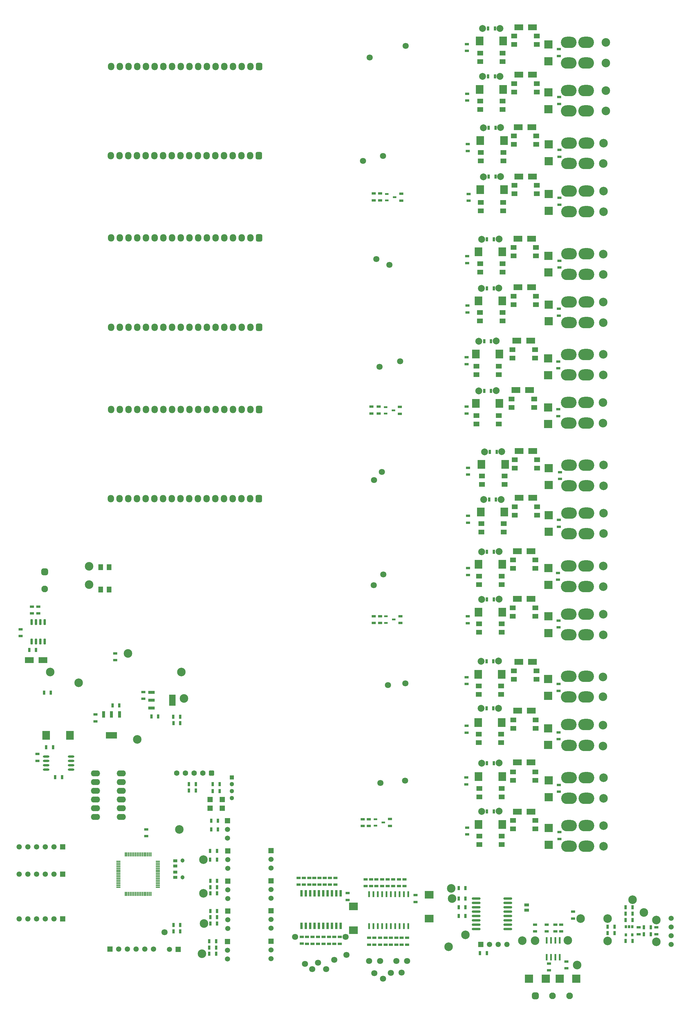
<source format=gbr>
%TF.GenerationSoftware,Altium Limited,Altium Designer,24.10.1 (45)*%
G04 Layer_Color=255*
%FSLAX43Y43*%
%MOMM*%
%TF.SameCoordinates,766D9AF5-BA92-4156-BEB6-FD46E2A8267A*%
%TF.FilePolarity,Positive*%
%TF.FileFunction,Pads,Bot*%
%TF.Part,Single*%
G01*
G75*
%TA.AperFunction,SMDPad,CuDef*%
%ADD15R,1.250X0.800*%
%ADD16R,0.800X1.250*%
%TA.AperFunction,ComponentPad*%
%ADD28R,1.500X1.500*%
%ADD29C,1.500*%
%ADD30C,1.550*%
%ADD31R,1.550X1.550*%
%ADD32C,1.800*%
%ADD33O,2.700X1.750*%
%ADD34C,2.500*%
%ADD35R,1.500X1.500*%
%ADD36C,1.300*%
%ADD37R,1.300X1.300*%
%ADD38C,1.200*%
%ADD39C,1.600*%
G04:AMPARAMS|DCode=40|XSize=1.6mm|YSize=1.6mm|CornerRadius=0.4mm|HoleSize=0mm|Usage=FLASHONLY|Rotation=180.000|XOffset=0mm|YOffset=0mm|HoleType=Round|Shape=RoundedRectangle|*
%AMROUNDEDRECTD40*
21,1,1.600,0.800,0,0,180.0*
21,1,0.800,1.600,0,0,180.0*
1,1,0.800,-0.400,0.400*
1,1,0.800,0.400,0.400*
1,1,0.800,0.400,-0.400*
1,1,0.800,-0.400,-0.400*
%
%ADD40ROUNDEDRECTD40*%
%ADD41C,1.950*%
G04:AMPARAMS|DCode=42|XSize=1.95mm|YSize=1.95mm|CornerRadius=0.488mm|HoleSize=0mm|Usage=FLASHONLY|Rotation=0.000|XOffset=0mm|YOffset=0mm|HoleType=Round|Shape=RoundedRectangle|*
%AMROUNDEDRECTD42*
21,1,1.950,0.975,0,0,0.0*
21,1,0.975,1.950,0,0,0.0*
1,1,0.975,0.488,-0.488*
1,1,0.975,-0.488,-0.488*
1,1,0.975,-0.488,0.488*
1,1,0.975,0.488,0.488*
%
%ADD42ROUNDEDRECTD42*%
%ADD43O,1.905X2.159*%
G04:AMPARAMS|DCode=44|XSize=1.905mm|YSize=2.159mm|CornerRadius=0.476mm|HoleSize=0mm|Usage=FLASHONLY|Rotation=0.000|XOffset=0mm|YOffset=0mm|HoleType=Round|Shape=RoundedRectangle|*
%AMROUNDEDRECTD44*
21,1,1.905,1.206,0,0,0.0*
21,1,0.953,2.159,0,0,0.0*
1,1,0.953,0.476,-0.603*
1,1,0.953,-0.476,-0.603*
1,1,0.953,-0.476,0.603*
1,1,0.953,0.476,0.603*
%
%ADD44ROUNDEDRECTD44*%
%ADD45C,2.000*%
%ADD46O,4.572X3.302*%
G04:AMPARAMS|DCode=47|XSize=1.95mm|YSize=1.95mm|CornerRadius=0.488mm|HoleSize=0mm|Usage=FLASHONLY|Rotation=270.000|XOffset=0mm|YOffset=0mm|HoleType=Round|Shape=RoundedRectangle|*
%AMROUNDEDRECTD47*
21,1,1.950,0.975,0,0,270.0*
21,1,0.975,1.950,0,0,270.0*
1,1,0.975,-0.488,-0.488*
1,1,0.975,-0.488,0.488*
1,1,0.975,0.488,0.488*
1,1,0.975,0.488,-0.488*
%
%ADD47ROUNDEDRECTD47*%
%TA.AperFunction,SMDPad,CuDef*%
%ADD53O,1.900X0.650*%
%ADD54R,2.200X2.500*%
G04:AMPARAMS|DCode=55|XSize=0.6mm|YSize=1.9mm|CornerRadius=0.051mm|HoleSize=0mm|Usage=FLASHONLY|Rotation=0.000|XOffset=0mm|YOffset=0mm|HoleType=Round|Shape=RoundedRectangle|*
%AMROUNDEDRECTD55*
21,1,0.600,1.798,0,0,0.0*
21,1,0.498,1.900,0,0,0.0*
1,1,0.102,0.249,-0.899*
1,1,0.102,-0.249,-0.899*
1,1,0.102,-0.249,0.899*
1,1,0.102,0.249,0.899*
%
%ADD55ROUNDEDRECTD55*%
G04:AMPARAMS|DCode=56|XSize=0.55mm|YSize=1.7mm|CornerRadius=0.05mm|HoleSize=0mm|Usage=FLASHONLY|Rotation=0.000|XOffset=0mm|YOffset=0mm|HoleType=Round|Shape=RoundedRectangle|*
%AMROUNDEDRECTD56*
21,1,0.550,1.601,0,0,0.0*
21,1,0.451,1.700,0,0,0.0*
1,1,0.099,0.226,-0.800*
1,1,0.099,-0.226,-0.800*
1,1,0.099,-0.226,0.800*
1,1,0.099,0.226,0.800*
%
%ADD56ROUNDEDRECTD56*%
%ADD57R,2.500X2.200*%
%ADD58R,1.450X1.800*%
%ADD59R,1.900X0.950*%
%ADD60R,1.900X3.250*%
%ADD61R,1.350X0.950*%
%ADD62R,2.400X2.400*%
%ADD63R,0.650X0.900*%
%ADD64R,1.194X0.305*%
%ADD65R,0.305X1.194*%
%ADD66O,2.600X0.700*%
%ADD67R,1.524X1.524*%
%ADD68R,1.262X0.958*%
%ADD69R,2.400X2.400*%
%ADD70R,0.530X1.980*%
%ADD71R,1.800X1.450*%
%ADD72R,1.050X0.600*%
%ADD73R,2.500X1.700*%
%ADD74R,0.950X1.900*%
%ADD75R,3.250X1.900*%
G04:AMPARAMS|DCode=76|XSize=0.65mm|YSize=1.65mm|CornerRadius=0.049mm|HoleSize=0mm|Usage=FLASHONLY|Rotation=0.000|XOffset=0mm|YOffset=0mm|HoleType=Round|Shape=RoundedRectangle|*
%AMROUNDEDRECTD76*
21,1,0.650,1.553,0,0,0.0*
21,1,0.553,1.650,0,0,0.0*
1,1,0.098,0.276,-0.776*
1,1,0.098,-0.276,-0.776*
1,1,0.098,-0.276,0.776*
1,1,0.098,0.276,0.776*
%
%ADD76ROUNDEDRECTD76*%
D15*
X110255Y55400D02*
D03*
Y53400D02*
D03*
X7350Y72397D02*
D03*
Y74397D02*
D03*
X104160Y18775D02*
D03*
Y20775D02*
D03*
X105705Y18775D02*
D03*
Y20775D02*
D03*
X107375Y18775D02*
D03*
Y20775D02*
D03*
X108965Y18775D02*
D03*
Y20775D02*
D03*
X110475Y18775D02*
D03*
Y20775D02*
D03*
X112105Y18775D02*
D03*
Y20775D02*
D03*
X90896Y21070D02*
D03*
Y19070D02*
D03*
X107940Y37851D02*
D03*
Y35851D02*
D03*
X106270Y37851D02*
D03*
Y35851D02*
D03*
X104725Y37851D02*
D03*
Y35851D02*
D03*
X109580Y37851D02*
D03*
Y35851D02*
D03*
X103170Y37851D02*
D03*
Y35851D02*
D03*
X111225Y37851D02*
D03*
Y35851D02*
D03*
X112915Y37851D02*
D03*
Y35851D02*
D03*
X114534Y37851D02*
D03*
Y35851D02*
D03*
X115250Y18775D02*
D03*
Y20775D02*
D03*
X113650Y18775D02*
D03*
Y20775D02*
D03*
X88195Y38275D02*
D03*
Y36275D02*
D03*
X86685Y38275D02*
D03*
Y36275D02*
D03*
X87620Y19070D02*
D03*
Y21070D02*
D03*
X86065Y19070D02*
D03*
Y21070D02*
D03*
X84490Y19075D02*
D03*
Y21075D02*
D03*
X89695Y38275D02*
D03*
Y36275D02*
D03*
X30100Y101739D02*
D03*
Y103739D02*
D03*
X2520Y108749D02*
D03*
Y110749D02*
D03*
X159464Y78685D02*
D03*
Y80685D02*
D03*
X132584Y82605D02*
D03*
Y80605D02*
D03*
X132574Y96793D02*
D03*
Y94793D02*
D03*
X133004Y143789D02*
D03*
Y141789D02*
D03*
X133222Y237678D02*
D03*
Y235678D02*
D03*
X132942Y252188D02*
D03*
Y250188D02*
D03*
X159590Y263903D02*
D03*
Y265903D02*
D03*
X159730Y216184D02*
D03*
Y218184D02*
D03*
X159333Y186824D02*
D03*
Y188824D02*
D03*
X182836Y21818D02*
D03*
Y23818D02*
D03*
X187993Y21818D02*
D03*
Y23818D02*
D03*
X39159Y50407D02*
D03*
Y52407D02*
D03*
X85130Y36275D02*
D03*
Y38275D02*
D03*
X91231Y36275D02*
D03*
Y38275D02*
D03*
X92750Y36275D02*
D03*
Y38275D02*
D03*
X161732Y13892D02*
D03*
Y11892D02*
D03*
X156662Y11292D02*
D03*
Y13292D02*
D03*
X160207Y22632D02*
D03*
Y24632D02*
D03*
X158477Y22632D02*
D03*
Y24632D02*
D03*
X155937D02*
D03*
Y22632D02*
D03*
X152592Y24632D02*
D03*
Y22632D02*
D03*
X163712Y26412D02*
D03*
Y28412D02*
D03*
X159403Y174884D02*
D03*
Y172884D02*
D03*
X159550Y204184D02*
D03*
Y202184D02*
D03*
X106937Y173643D02*
D03*
Y175643D02*
D03*
X104803D02*
D03*
Y173643D02*
D03*
X113162Y175563D02*
D03*
Y173563D02*
D03*
X94320Y38275D02*
D03*
Y36275D02*
D03*
X159500Y279873D02*
D03*
Y277873D02*
D03*
X107415Y237770D02*
D03*
Y235770D02*
D03*
X105494D02*
D03*
Y237770D02*
D03*
X159672Y236498D02*
D03*
Y234498D02*
D03*
X113561Y235720D02*
D03*
Y237720D02*
D03*
X83617Y36275D02*
D03*
Y38275D02*
D03*
X95605Y21070D02*
D03*
Y19070D02*
D03*
X159692Y250478D02*
D03*
Y248478D02*
D03*
X132623Y175654D02*
D03*
Y173654D02*
D03*
X132593Y188054D02*
D03*
Y190054D02*
D03*
X132850Y205114D02*
D03*
Y203114D02*
D03*
X132810Y217484D02*
D03*
Y219484D02*
D03*
X132770Y264883D02*
D03*
Y266883D02*
D03*
X132680Y279343D02*
D03*
Y281343D02*
D03*
X97927Y31825D02*
D03*
Y33825D02*
D03*
X117725Y31250D02*
D03*
Y33250D02*
D03*
X159714Y49585D02*
D03*
Y51585D02*
D03*
X159524Y63355D02*
D03*
Y65355D02*
D03*
X159484Y92815D02*
D03*
Y94815D02*
D03*
X159564Y142629D02*
D03*
Y140629D02*
D03*
X159854Y156549D02*
D03*
Y154549D02*
D03*
X159426Y111289D02*
D03*
Y113289D02*
D03*
X94000Y21070D02*
D03*
Y19070D02*
D03*
X92441D02*
D03*
Y21070D02*
D03*
X89255Y19070D02*
D03*
Y21070D02*
D03*
X159296Y127169D02*
D03*
Y125169D02*
D03*
X132774Y50915D02*
D03*
Y52915D02*
D03*
X132538Y67509D02*
D03*
Y65509D02*
D03*
X133064Y155839D02*
D03*
Y157839D02*
D03*
X132926Y112529D02*
D03*
Y114529D02*
D03*
X133056Y126559D02*
D03*
Y128559D02*
D03*
X113347Y114575D02*
D03*
Y112575D02*
D03*
X107370D02*
D03*
Y114575D02*
D03*
X105530Y112575D02*
D03*
Y114575D02*
D03*
X102275Y53380D02*
D03*
Y55380D02*
D03*
X104105D02*
D03*
Y53380D02*
D03*
X38270Y92459D02*
D03*
Y90459D02*
D03*
X7640Y115369D02*
D03*
Y117369D02*
D03*
X5740Y115369D02*
D03*
Y117369D02*
D03*
X24310Y83919D02*
D03*
Y85919D02*
D03*
D16*
X9925Y76330D02*
D03*
X11925D02*
D03*
X14568Y67659D02*
D03*
X12568D02*
D03*
X47035Y85247D02*
D03*
X49035D02*
D03*
X139394Y162459D02*
D03*
X141394D02*
D03*
X139056Y242697D02*
D03*
X141056D02*
D03*
X173793Y22188D02*
D03*
X175793D02*
D03*
X179013Y27838D02*
D03*
X181013D02*
D03*
X184363Y21808D02*
D03*
X186363D02*
D03*
X179013Y25998D02*
D03*
X181013D02*
D03*
X184363Y23818D02*
D03*
X186363D02*
D03*
X175793Y23998D02*
D03*
X173793D02*
D03*
X181019Y29657D02*
D03*
X179019D02*
D03*
X181013Y19891D02*
D03*
X179013D02*
D03*
X132303Y29712D02*
D03*
X130303D02*
D03*
Y35287D02*
D03*
X132303D02*
D03*
X130303Y32252D02*
D03*
X132303D02*
D03*
Y27172D02*
D03*
X130303D02*
D03*
X58087Y52421D02*
D03*
X60087D02*
D03*
X60087Y54961D02*
D03*
X58087D02*
D03*
X58552Y65561D02*
D03*
X60552D02*
D03*
X53592Y65561D02*
D03*
X51592D02*
D03*
X53592Y63711D02*
D03*
X51592D02*
D03*
X58552Y63561D02*
D03*
X60552D02*
D03*
X57823Y35552D02*
D03*
X59823D02*
D03*
X57823Y37384D02*
D03*
X59823D02*
D03*
X59826Y24951D02*
D03*
X57826D02*
D03*
X57826Y28620D02*
D03*
X59826D02*
D03*
X57826Y26832D02*
D03*
X59826D02*
D03*
X59823Y33784D02*
D03*
X57823D02*
D03*
X57757Y46131D02*
D03*
X59757D02*
D03*
X47087Y24536D02*
D03*
X49087D02*
D03*
X59757Y43591D02*
D03*
X57757D02*
D03*
X57522Y17957D02*
D03*
X59522D02*
D03*
X59511Y16147D02*
D03*
X57511D02*
D03*
X57522Y19787D02*
D03*
X59522D02*
D03*
X49087Y22696D02*
D03*
X47087D02*
D03*
X139763Y180254D02*
D03*
X137763D02*
D03*
X139763Y194724D02*
D03*
X137763D02*
D03*
X140540Y210153D02*
D03*
X138540D02*
D03*
X138570Y224473D02*
D03*
X140570D02*
D03*
X140870Y271912D02*
D03*
X138870D02*
D03*
Y285882D02*
D03*
X140870D02*
D03*
X141056Y256955D02*
D03*
X139056D02*
D03*
X140574Y57675D02*
D03*
X138574D02*
D03*
Y71689D02*
D03*
X140574D02*
D03*
X138414Y87685D02*
D03*
X140414D02*
D03*
X138414Y101425D02*
D03*
X140414D02*
D03*
X141174Y148559D02*
D03*
X139174D02*
D03*
X138556Y119449D02*
D03*
X140556D02*
D03*
X138556Y133339D02*
D03*
X140556D02*
D03*
X136498Y16325D02*
D03*
X138498D02*
D03*
X31290Y88539D02*
D03*
X29290D02*
D03*
X42630Y85339D02*
D03*
X40630D02*
D03*
X7005Y104691D02*
D03*
X5005D02*
D03*
X9300Y92302D02*
D03*
X11300D02*
D03*
X47065Y83377D02*
D03*
X49065D02*
D03*
D28*
X75555Y19790D02*
D03*
Y46190D02*
D03*
Y37375D02*
D03*
Y28705D02*
D03*
X62917Y46131D02*
D03*
X62867Y54961D02*
D03*
X62943Y28567D02*
D03*
X62842Y19667D02*
D03*
X62893Y37342D02*
D03*
D29*
X75555Y17250D02*
D03*
Y14710D02*
D03*
X45947Y17456D02*
D03*
X192275Y18900D02*
D03*
Y21440D02*
D03*
Y23980D02*
D03*
Y26520D02*
D03*
X75555Y41110D02*
D03*
Y43650D02*
D03*
Y32295D02*
D03*
Y34835D02*
D03*
Y23625D02*
D03*
Y26165D02*
D03*
X62917Y43591D02*
D03*
Y41051D02*
D03*
X62867Y52421D02*
D03*
Y49881D02*
D03*
X62943Y26027D02*
D03*
Y23487D02*
D03*
X62842Y17127D02*
D03*
Y14587D02*
D03*
X62893Y34802D02*
D03*
Y32262D02*
D03*
D30*
X139263Y18847D02*
D03*
X141803D02*
D03*
X144343D02*
D03*
X12207Y47332D02*
D03*
X9667D02*
D03*
X7127D02*
D03*
X4587D02*
D03*
X2047D02*
D03*
X31117Y17496D02*
D03*
X33657D02*
D03*
X36197D02*
D03*
X38737D02*
D03*
X41277D02*
D03*
X12242Y26332D02*
D03*
X9702D02*
D03*
X7162D02*
D03*
X4622D02*
D03*
X2082D02*
D03*
X12197Y39332D02*
D03*
X9657D02*
D03*
X7117D02*
D03*
X4577D02*
D03*
X2037D02*
D03*
D31*
X136723Y18847D02*
D03*
X14747Y47332D02*
D03*
X28577Y17496D02*
D03*
X14782Y26332D02*
D03*
X14737Y39332D02*
D03*
D32*
X108200Y8900D02*
D03*
X107875Y156600D02*
D03*
X107225Y187275D02*
D03*
X113260Y188834D02*
D03*
X105600Y154275D02*
D03*
X108303Y126725D02*
D03*
X105544Y123600D02*
D03*
X91650Y11675D02*
D03*
X82550Y21080D02*
D03*
X87600Y11650D02*
D03*
X89291Y13536D02*
D03*
X85475Y13174D02*
D03*
X104125Y14011D02*
D03*
X105675Y10500D02*
D03*
X110512Y10538D02*
D03*
X107375Y14011D02*
D03*
X112105D02*
D03*
X115250D02*
D03*
X113650Y10625D02*
D03*
X97575Y15854D02*
D03*
X97325Y21070D02*
D03*
X94000Y14350D02*
D03*
X108225Y248725D02*
D03*
X110050Y216950D02*
D03*
X106292Y218700D02*
D03*
X109675Y94450D02*
D03*
X104325Y277400D02*
D03*
X114769Y94997D02*
D03*
X114699Y66652D02*
D03*
X114815Y280779D02*
D03*
X102376Y247251D02*
D03*
X107450Y65950D02*
D03*
X44475Y22408D02*
D03*
D33*
X31828Y56037D02*
D03*
Y58577D02*
D03*
Y61117D02*
D03*
Y63657D02*
D03*
Y66197D02*
D03*
Y68737D02*
D03*
X24328D02*
D03*
Y66197D02*
D03*
Y63657D02*
D03*
Y61117D02*
D03*
Y58577D02*
D03*
Y56037D02*
D03*
D34*
X36475Y78625D02*
D03*
X22475Y123733D02*
D03*
Y129067D02*
D03*
X187993Y19638D02*
D03*
X173793Y19891D02*
D03*
X181023Y31868D02*
D03*
X173793Y26418D02*
D03*
X187993Y25998D02*
D03*
X184373Y28158D02*
D03*
X55823Y43591D02*
D03*
X48750Y52421D02*
D03*
X55948Y24951D02*
D03*
X55372Y16167D02*
D03*
X55793Y33754D02*
D03*
X148858Y20002D02*
D03*
X128125Y35198D02*
D03*
X132303Y21628D02*
D03*
X152592Y20002D02*
D03*
X164842Y12822D02*
D03*
X165876Y26412D02*
D03*
X162184Y20027D02*
D03*
X128397Y32252D02*
D03*
X127375Y18224D02*
D03*
X172433Y170854D02*
D03*
Y176854D02*
D03*
X172453Y184874D02*
D03*
Y190934D02*
D03*
X172500Y200174D02*
D03*
Y206174D02*
D03*
Y214174D02*
D03*
Y220144D02*
D03*
X173226Y261823D02*
D03*
Y267823D02*
D03*
Y275823D02*
D03*
Y281823D02*
D03*
X172592Y232498D02*
D03*
X172542Y238498D02*
D03*
X172502Y246498D02*
D03*
X172592Y252498D02*
D03*
X172574Y47455D02*
D03*
Y53465D02*
D03*
Y61445D02*
D03*
Y67465D02*
D03*
X172414Y76685D02*
D03*
Y82765D02*
D03*
Y91055D02*
D03*
Y96875D02*
D03*
X172554Y138629D02*
D03*
Y144579D02*
D03*
Y152579D02*
D03*
Y158639D02*
D03*
X172486Y109149D02*
D03*
Y115109D02*
D03*
Y123149D02*
D03*
Y129149D02*
D03*
X50111Y90534D02*
D03*
X49380Y98269D02*
D03*
X19450Y95125D02*
D03*
X11090Y98319D02*
D03*
X33830Y103699D02*
D03*
D35*
X48487Y17456D02*
D03*
D36*
X64122Y61561D02*
D03*
Y65561D02*
D03*
Y63561D02*
D03*
D37*
Y67561D02*
D03*
D38*
X49737Y43326D02*
D03*
Y38446D02*
D03*
D39*
X53122Y68807D02*
D03*
X55662D02*
D03*
X50582D02*
D03*
X48042D02*
D03*
D40*
X58202D02*
D03*
D41*
X157702Y3862D02*
D03*
X162702D02*
D03*
X9500Y122500D02*
D03*
D42*
X152702Y3862D02*
D03*
D43*
X67000Y224815D02*
D03*
X64460D02*
D03*
X59380D02*
D03*
X69540D02*
D03*
X61920D02*
D03*
X56840D02*
D03*
X54300D02*
D03*
X51760D02*
D03*
X31440D02*
D03*
X33980D02*
D03*
X41600D02*
D03*
X36520D02*
D03*
X44140D02*
D03*
X39060D02*
D03*
X46680D02*
D03*
X28900D02*
D03*
X49220D02*
D03*
X66960Y174815D02*
D03*
X64420D02*
D03*
X59340D02*
D03*
X69500D02*
D03*
X61880D02*
D03*
X56800D02*
D03*
X54260D02*
D03*
X51720D02*
D03*
X31400D02*
D03*
X33940D02*
D03*
X41560D02*
D03*
X36480D02*
D03*
X44100D02*
D03*
X39020D02*
D03*
X46640D02*
D03*
X28860D02*
D03*
X49180D02*
D03*
X66970Y198815D02*
D03*
X64430D02*
D03*
X59350D02*
D03*
X69510D02*
D03*
X61890D02*
D03*
X56810D02*
D03*
X54270D02*
D03*
X51730D02*
D03*
X31410D02*
D03*
X33950D02*
D03*
X41570D02*
D03*
X36490D02*
D03*
X44110D02*
D03*
X39030D02*
D03*
X46650D02*
D03*
X28870D02*
D03*
X49190D02*
D03*
X66910Y148815D02*
D03*
X64370D02*
D03*
X59290D02*
D03*
X69450D02*
D03*
X61830D02*
D03*
X56750D02*
D03*
X54210D02*
D03*
X51670D02*
D03*
X31350D02*
D03*
X33890D02*
D03*
X41510D02*
D03*
X36430D02*
D03*
X44050D02*
D03*
X38970D02*
D03*
X46590D02*
D03*
X28810D02*
D03*
X49130D02*
D03*
X49150Y248815D02*
D03*
X28830D02*
D03*
X46610D02*
D03*
X38990D02*
D03*
X44070D02*
D03*
X36450D02*
D03*
X41530D02*
D03*
X33910D02*
D03*
X31370D02*
D03*
X51690D02*
D03*
X54230D02*
D03*
X56770D02*
D03*
X61850D02*
D03*
X69470D02*
D03*
X59310D02*
D03*
X64390D02*
D03*
X66930D02*
D03*
X49240Y274815D02*
D03*
X28920D02*
D03*
X46700D02*
D03*
X39080D02*
D03*
X44160D02*
D03*
X36540D02*
D03*
X41620D02*
D03*
X34000D02*
D03*
X31460D02*
D03*
X51780D02*
D03*
X54320D02*
D03*
X56860D02*
D03*
X61940D02*
D03*
X69560D02*
D03*
X59400D02*
D03*
X64480D02*
D03*
X67020D02*
D03*
D44*
X72080Y224815D02*
D03*
X72040Y174815D02*
D03*
X72050Y198815D02*
D03*
X71990Y148815D02*
D03*
X72010Y248815D02*
D03*
X72100Y274815D02*
D03*
D45*
X141263Y180304D02*
D03*
X136188Y180229D02*
D03*
X141263Y194774D02*
D03*
X136188Y194699D02*
D03*
X142040Y210203D02*
D03*
X136965Y210128D02*
D03*
X142070Y224524D02*
D03*
X136995Y224449D02*
D03*
X142370Y271963D02*
D03*
X137295Y271888D02*
D03*
X142370Y285933D02*
D03*
X137295Y285858D02*
D03*
X142556Y242748D02*
D03*
X137481Y242673D02*
D03*
X142556Y257006D02*
D03*
X137481Y256931D02*
D03*
X142074Y57725D02*
D03*
X136999Y57650D02*
D03*
Y71664D02*
D03*
X142074Y71739D02*
D03*
X141914Y87735D02*
D03*
X136839Y87660D02*
D03*
X141914Y101475D02*
D03*
X136839Y101400D02*
D03*
X142674Y148609D02*
D03*
X137599Y148534D02*
D03*
X142894Y162509D02*
D03*
X137819Y162434D02*
D03*
X142056Y119499D02*
D03*
X136981Y119424D02*
D03*
X142056Y133389D02*
D03*
X136981Y133314D02*
D03*
D46*
X162393Y170854D02*
D03*
X167473D02*
D03*
X162393Y176854D02*
D03*
X167473D02*
D03*
X162393Y184854D02*
D03*
X167473D02*
D03*
X162393Y190854D02*
D03*
X167473D02*
D03*
X162460Y200174D02*
D03*
X167540D02*
D03*
X162460Y206174D02*
D03*
X167540D02*
D03*
X162460Y214174D02*
D03*
X167540D02*
D03*
X162460Y220174D02*
D03*
X167540D02*
D03*
X162450Y261823D02*
D03*
X167530D02*
D03*
X162450Y267823D02*
D03*
X167530D02*
D03*
X162450Y275823D02*
D03*
X167530D02*
D03*
X162450Y281823D02*
D03*
X167530D02*
D03*
X162502Y232498D02*
D03*
X167582D02*
D03*
X162502Y238498D02*
D03*
X167582D02*
D03*
X162502Y246498D02*
D03*
X167582D02*
D03*
X162502Y252498D02*
D03*
X167582D02*
D03*
X162534Y47465D02*
D03*
X167614D02*
D03*
X162534Y53465D02*
D03*
X167614D02*
D03*
Y61465D02*
D03*
X162534D02*
D03*
X167614Y67465D02*
D03*
X162534D02*
D03*
X162484Y76855D02*
D03*
X167564D02*
D03*
X162374Y82985D02*
D03*
X167454D02*
D03*
X162374Y90985D02*
D03*
X167454D02*
D03*
X162374Y96985D02*
D03*
X167454D02*
D03*
X162514Y138579D02*
D03*
X167594D02*
D03*
X162514Y144579D02*
D03*
X167594D02*
D03*
X162514Y152579D02*
D03*
X167594D02*
D03*
X162514Y158579D02*
D03*
X167594D02*
D03*
X162446Y109149D02*
D03*
X167526D02*
D03*
X162446Y115149D02*
D03*
X167526D02*
D03*
X162446Y123149D02*
D03*
X167526D02*
D03*
X162446Y129149D02*
D03*
X167526D02*
D03*
D47*
X9500Y127500D02*
D03*
D53*
X17218Y73647D02*
D03*
Y72377D02*
D03*
Y71107D02*
D03*
Y69837D02*
D03*
X9918Y73647D02*
D03*
Y72377D02*
D03*
Y71107D02*
D03*
Y69837D02*
D03*
D54*
X9950Y79830D02*
D03*
X16850D02*
D03*
X142213Y176564D02*
D03*
X135313D02*
D03*
X142213Y190964D02*
D03*
X135313D02*
D03*
X142990Y206483D02*
D03*
X136090D02*
D03*
X136120Y220784D02*
D03*
X143020D02*
D03*
X143320Y268143D02*
D03*
X136420D02*
D03*
X143320Y282223D02*
D03*
X136420D02*
D03*
X143492Y238868D02*
D03*
X136592D02*
D03*
X136606Y253233D02*
D03*
X143506D02*
D03*
X143024Y53805D02*
D03*
X136124D02*
D03*
X143024Y67759D02*
D03*
X136124D02*
D03*
X142864Y83535D02*
D03*
X135964D02*
D03*
X142864Y97635D02*
D03*
X135964D02*
D03*
X143624Y144895D02*
D03*
X136724D02*
D03*
X136944Y158799D02*
D03*
X143844D02*
D03*
X143006Y115734D02*
D03*
X136106D02*
D03*
X143006Y129659D02*
D03*
X136106D02*
D03*
D55*
X84460Y33775D02*
D03*
X85730D02*
D03*
X87000D02*
D03*
X88270D02*
D03*
X89540D02*
D03*
X90810D02*
D03*
X92080D02*
D03*
X93350D02*
D03*
X94620D02*
D03*
X95890D02*
D03*
X84460Y24275D02*
D03*
X85730D02*
D03*
X87000D02*
D03*
X88270D02*
D03*
X89540D02*
D03*
X90810D02*
D03*
X92080D02*
D03*
X93350D02*
D03*
X94620D02*
D03*
X95890D02*
D03*
D56*
X104160Y33500D02*
D03*
X105430D02*
D03*
X106700D02*
D03*
X107970D02*
D03*
X109240D02*
D03*
X110510D02*
D03*
X111780D02*
D03*
X113050D02*
D03*
X114320D02*
D03*
X115590D02*
D03*
X104160Y24200D02*
D03*
X105430D02*
D03*
X106700D02*
D03*
X107970D02*
D03*
X109240D02*
D03*
X110510D02*
D03*
X111780D02*
D03*
X113050D02*
D03*
X114320D02*
D03*
X115590D02*
D03*
D57*
X99625Y23025D02*
D03*
Y29925D02*
D03*
X121675Y26425D02*
D03*
Y33325D02*
D03*
D58*
X25875Y122325D02*
D03*
Y128875D02*
D03*
X28325Y122325D02*
D03*
Y128875D02*
D03*
D59*
X40660Y92359D02*
D03*
Y87759D02*
D03*
Y90059D02*
D03*
D60*
X46760D02*
D03*
D61*
X150147Y28854D02*
D03*
Y30354D02*
D03*
D62*
X156554Y152808D02*
D03*
Y157689D02*
D03*
X156433Y175434D02*
D03*
Y170553D02*
D03*
Y189724D02*
D03*
Y184843D02*
D03*
X156550Y205404D02*
D03*
Y200523D02*
D03*
X156510Y219644D02*
D03*
Y214763D02*
D03*
X156500Y267263D02*
D03*
Y262382D02*
D03*
X156490Y281223D02*
D03*
Y276342D02*
D03*
X156542Y237638D02*
D03*
Y232757D02*
D03*
Y252118D02*
D03*
Y247237D02*
D03*
X156574Y52825D02*
D03*
Y47944D02*
D03*
Y61814D02*
D03*
Y66695D02*
D03*
X156414Y81895D02*
D03*
Y77014D02*
D03*
Y96235D02*
D03*
Y91354D02*
D03*
X156584Y144039D02*
D03*
Y139158D02*
D03*
X156486Y109628D02*
D03*
Y114509D02*
D03*
X156496Y123668D02*
D03*
Y128549D02*
D03*
D63*
X180013Y24018D02*
D03*
X179063Y21618D02*
D03*
X180963D02*
D03*
Y24018D02*
D03*
X179063D02*
D03*
D64*
X42507Y41576D02*
D03*
Y42076D02*
D03*
Y42576D02*
D03*
Y37576D02*
D03*
X31007Y42576D02*
D03*
X42507Y43076D02*
D03*
Y41076D02*
D03*
Y40576D02*
D03*
Y40076D02*
D03*
Y39576D02*
D03*
Y39076D02*
D03*
Y38576D02*
D03*
Y38076D02*
D03*
Y37076D02*
D03*
Y36576D02*
D03*
Y36076D02*
D03*
Y35576D02*
D03*
X31007D02*
D03*
Y36076D02*
D03*
Y36576D02*
D03*
Y37076D02*
D03*
Y37576D02*
D03*
Y38076D02*
D03*
Y38576D02*
D03*
Y39076D02*
D03*
Y39576D02*
D03*
Y40076D02*
D03*
Y40576D02*
D03*
Y41076D02*
D03*
Y41576D02*
D03*
Y42076D02*
D03*
Y43076D02*
D03*
D65*
X35007Y45076D02*
D03*
X33507Y33576D02*
D03*
X40007Y45076D02*
D03*
X40507Y33576D02*
D03*
X40007D02*
D03*
X39507D02*
D03*
X39007D02*
D03*
X38507D02*
D03*
X38007D02*
D03*
X37507D02*
D03*
X37007D02*
D03*
X36507D02*
D03*
X36007D02*
D03*
X35507D02*
D03*
X35007D02*
D03*
X34507D02*
D03*
X34007D02*
D03*
X33007D02*
D03*
Y45076D02*
D03*
X33507D02*
D03*
X34007D02*
D03*
X34507D02*
D03*
X35507D02*
D03*
X36007D02*
D03*
X36507D02*
D03*
X37007D02*
D03*
X37507D02*
D03*
X38007D02*
D03*
X38507D02*
D03*
X39007D02*
D03*
X39507D02*
D03*
X40507D02*
D03*
D66*
X135368Y23362D02*
D03*
Y25902D02*
D03*
Y27172D02*
D03*
Y28442D02*
D03*
Y29712D02*
D03*
Y30982D02*
D03*
X144618Y23362D02*
D03*
Y24632D02*
D03*
Y25902D02*
D03*
Y27172D02*
D03*
Y28442D02*
D03*
Y29712D02*
D03*
Y30982D02*
D03*
Y32252D02*
D03*
X135368Y24632D02*
D03*
Y32252D02*
D03*
D67*
X61330Y58611D02*
D03*
X57774D02*
D03*
X61330Y61101D02*
D03*
X57774D02*
D03*
D68*
X47627Y41749D02*
D03*
Y43203D02*
D03*
Y39913D02*
D03*
Y38459D02*
D03*
D69*
X164653Y8862D02*
D03*
X159772D02*
D03*
X150806D02*
D03*
X155687D02*
D03*
D70*
X155937Y20027D02*
D03*
X157207D02*
D03*
X158477D02*
D03*
X159747D02*
D03*
Y15097D02*
D03*
X158477D02*
D03*
X157207D02*
D03*
X155937D02*
D03*
D71*
X135488Y173039D02*
D03*
X142038D02*
D03*
X135488Y170589D02*
D03*
X142038D02*
D03*
X145748Y177899D02*
D03*
X152298D02*
D03*
X145748Y175449D02*
D03*
X152298D02*
D03*
X142008Y184999D02*
D03*
X135458D02*
D03*
X142008Y187449D02*
D03*
X135458D02*
D03*
X146018Y192249D02*
D03*
X152568D02*
D03*
X146018Y189799D02*
D03*
X152568D02*
D03*
X136525Y203098D02*
D03*
X143075D02*
D03*
X136525Y200648D02*
D03*
X143075D02*
D03*
X152885Y205389D02*
D03*
X146335D02*
D03*
X152885Y207839D02*
D03*
X146335D02*
D03*
X143135Y214889D02*
D03*
X136585D02*
D03*
X143135Y217339D02*
D03*
X136585D02*
D03*
X146330Y222094D02*
D03*
X152880D02*
D03*
X146330Y219644D02*
D03*
X152880D02*
D03*
X136595Y264738D02*
D03*
X143145D02*
D03*
X136595Y262288D02*
D03*
X143145D02*
D03*
X153085Y267338D02*
D03*
X146535D02*
D03*
X153085Y269788D02*
D03*
X146535D02*
D03*
X143145Y276288D02*
D03*
X136595D02*
D03*
X143145Y278738D02*
D03*
X136595D02*
D03*
X153085Y281218D02*
D03*
X146535D02*
D03*
X153085Y283668D02*
D03*
X146535D02*
D03*
X136767Y235153D02*
D03*
X143317D02*
D03*
X136767Y232703D02*
D03*
X143317D02*
D03*
X153131Y237703D02*
D03*
X146581D02*
D03*
X153131Y240153D02*
D03*
X146581D02*
D03*
X143331Y247313D02*
D03*
X136781D02*
D03*
X143331Y249763D02*
D03*
X136781D02*
D03*
X146397Y254583D02*
D03*
X152947D02*
D03*
X146397Y252133D02*
D03*
X152947D02*
D03*
X142849Y48020D02*
D03*
X136299D02*
D03*
X142849Y50470D02*
D03*
X136299D02*
D03*
X152699Y52540D02*
D03*
X146149D02*
D03*
X152699Y54990D02*
D03*
X146149D02*
D03*
X142849Y61894D02*
D03*
X136299D02*
D03*
X142849Y64344D02*
D03*
X136299D02*
D03*
X146149Y69190D02*
D03*
X152699D02*
D03*
X146149Y66740D02*
D03*
X152699D02*
D03*
X142689Y77720D02*
D03*
X136139D02*
D03*
X142689Y80170D02*
D03*
X136139D02*
D03*
X152769Y81890D02*
D03*
X146219D02*
D03*
X152769Y84340D02*
D03*
X146219D02*
D03*
X142689Y91800D02*
D03*
X136139D02*
D03*
X142689Y94250D02*
D03*
X136139D02*
D03*
X152984Y96203D02*
D03*
X146434D02*
D03*
X152984Y98653D02*
D03*
X146434D02*
D03*
X143449Y139074D02*
D03*
X136899D02*
D03*
X143449Y141524D02*
D03*
X136899D02*
D03*
X153209Y144024D02*
D03*
X146659D02*
D03*
X153209Y146474D02*
D03*
X146659D02*
D03*
X137119Y155404D02*
D03*
X143669D02*
D03*
X137119Y152954D02*
D03*
X143669D02*
D03*
X146659Y160144D02*
D03*
X153209D02*
D03*
X146659Y157694D02*
D03*
X153209D02*
D03*
X142831Y109914D02*
D03*
X136281D02*
D03*
X142831Y112364D02*
D03*
X136281D02*
D03*
X146101Y117024D02*
D03*
X152651D02*
D03*
X146101Y114574D02*
D03*
X152651D02*
D03*
X142831Y123799D02*
D03*
X136281D02*
D03*
X142831Y126249D02*
D03*
X136281D02*
D03*
X152686Y128500D02*
D03*
X146136D02*
D03*
X152686Y130950D02*
D03*
X146136D02*
D03*
D72*
X108955Y173613D02*
D03*
Y175513D02*
D03*
X111255Y174563D02*
D03*
X109325Y235770D02*
D03*
Y237670D02*
D03*
X111625Y236720D02*
D03*
X109040Y112625D02*
D03*
Y114525D02*
D03*
X111340Y113575D02*
D03*
X106025Y53450D02*
D03*
Y55350D02*
D03*
X108325Y54400D02*
D03*
D73*
X151023Y180514D02*
D03*
X147023D02*
D03*
X151293Y194854D02*
D03*
X147293D02*
D03*
X151610Y210464D02*
D03*
X147610D02*
D03*
X151605Y224619D02*
D03*
X147605D02*
D03*
X147810Y272463D02*
D03*
X151810D02*
D03*
X147810Y286273D02*
D03*
X151810D02*
D03*
X151856Y242738D02*
D03*
X147856D02*
D03*
X147672Y257148D02*
D03*
X151672D02*
D03*
X151424Y57565D02*
D03*
X147424D02*
D03*
Y71975D02*
D03*
X151424D02*
D03*
X151524Y86985D02*
D03*
X147524D02*
D03*
X147829Y101248D02*
D03*
X151829D02*
D03*
X147934Y149059D02*
D03*
X151934D02*
D03*
X147934Y162729D02*
D03*
X151934D02*
D03*
X147406Y119609D02*
D03*
X151406D02*
D03*
X147391Y133525D02*
D03*
X151391D02*
D03*
X4980Y101709D02*
D03*
X8980D02*
D03*
D74*
X31320Y85919D02*
D03*
X26720D02*
D03*
X29020D02*
D03*
D75*
Y79819D02*
D03*
D76*
X9545Y107184D02*
D03*
X8275D02*
D03*
X7005D02*
D03*
X5735D02*
D03*
X9545Y112834D02*
D03*
X8275D02*
D03*
X7005D02*
D03*
X5735D02*
D03*
%TF.MD5,36f8439921056ae1a8ad32e36d097400*%
M02*

</source>
